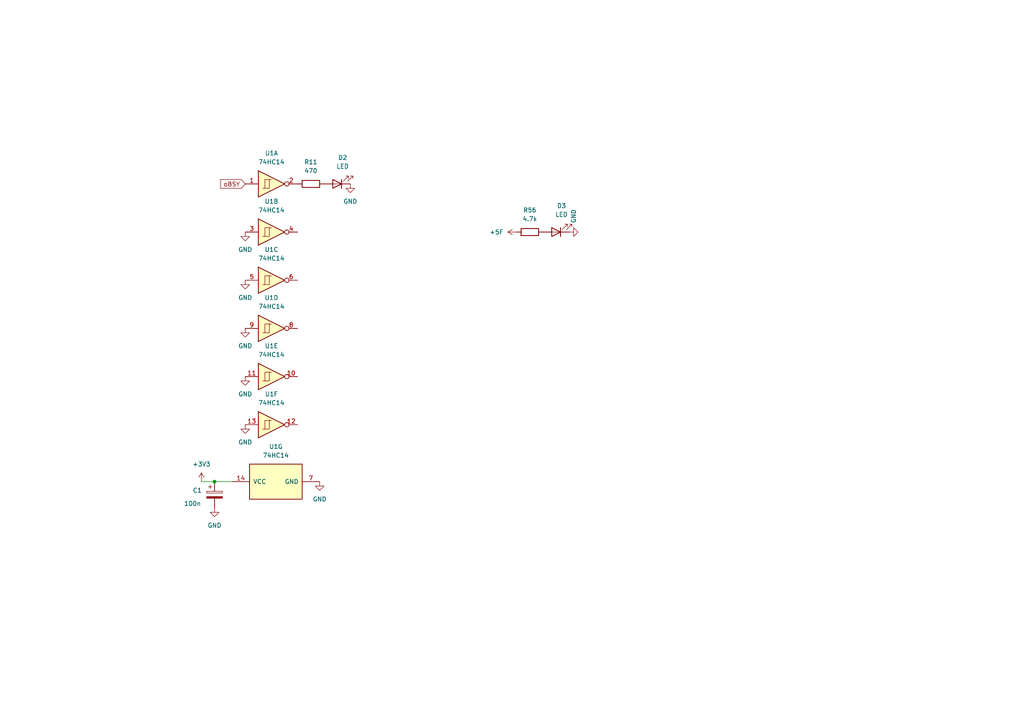
<source format=kicad_sch>
(kicad_sch (version 20211123) (generator eeschema)
  (paper "A4")
  (lib_symbols
    (symbol "74xx:74HC14" (pin_names (offset 1.016))
      (property "Reference" "U" (at 0 1.27 0))
      (property "Value" "74HC14" (at 0 -1.27 0))
      (symbol "74HC14_1_0"
        (polyline (pts (xy -3.81 3.81) (xy -3.81 -3.81) (xy 3.81 0) (xy -3.81 3.81)) (stroke (width 0.254)) (fill (type background)))
        (pin input line (at -7.62 0 0) (length 3.81) (name "~") (number "1"))
        (pin output inverted (at 7.62 0 180) (length 3.81) (name "~") (number "2"))
      )
      (symbol "74HC14_1_1"
        (polyline (pts (xy -1.905 -1.27) (xy -1.905 1.27) (xy -0.635 1.27)))
        (polyline (pts (xy -2.54 -1.27) (xy -0.635 -1.27) (xy -0.635 1.27) (xy 0 1.27)))
      )
      (symbol "74HC14_2_0"
        (polyline (pts (xy -3.81 3.81) (xy -3.81 -3.81) (xy 3.81 0) (xy -3.81 3.81)) (stroke (width 0.254)) (fill (type background)))
        (pin input line (at -7.62 0 0) (length 3.81) (name "~") (number "3"))
        (pin output inverted (at 7.62 0 180) (length 3.81) (name "~") (number "4"))
      )
      (symbol "74HC14_2_1"
        (polyline (pts (xy -1.905 -1.27) (xy -1.905 1.27) (xy -0.635 1.27)))
        (polyline (pts (xy -2.54 -1.27) (xy -0.635 -1.27) (xy -0.635 1.27) (xy 0 1.27)))
      )
      (symbol "74HC14_3_0"
        (polyline (pts (xy -3.81 3.81) (xy -3.81 -3.81) (xy 3.81 0) (xy -3.81 3.81)) (stroke (width 0.254)) (fill (type background)))
        (pin input line (at -7.62 0 0) (length 3.81) (name "~") (number "5"))
        (pin output inverted (at 7.62 0 180) (length 3.81) (name "~") (number "6"))
      )
      (symbol "74HC14_3_1"
        (polyline (pts (xy -1.905 -1.27) (xy -1.905 1.27) (xy -0.635 1.27)))
        (polyline (pts (xy -2.54 -1.27) (xy -0.635 -1.27) (xy -0.635 1.27) (xy 0 1.27)))
      )
      (symbol "74HC14_4_0"
        (polyline (pts (xy -3.81 3.81) (xy -3.81 -3.81) (xy 3.81 0) (xy -3.81 3.81)) (stroke (width 0.254)) (fill (type background)))
        (pin output inverted (at 7.62 0 180) (length 3.81) (name "~") (number "8"))
        (pin input line (at -7.62 0 0) (length 3.81) (name "~") (number "9"))
      )
      (symbol "74HC14_4_1"
        (polyline (pts (xy -1.905 -1.27) (xy -1.905 1.27) (xy -0.635 1.27)))
        (polyline (pts (xy -2.54 -1.27) (xy -0.635 -1.27) (xy -0.635 1.27) (xy 0 1.27)))
      )
      (symbol "74HC14_5_0"
        (polyline (pts (xy -3.81 3.81) (xy -3.81 -3.81) (xy 3.81 0) (xy -3.81 3.81)) (stroke (width 0.254)) (fill (type background)))
        (pin output inverted (at 7.62 0 180) (length 3.81) (name "~") (number "10"))
        (pin input line (at -7.62 0 0) (length 3.81) (name "~") (number "11"))
      )
      (symbol "74HC14_5_1"
        (polyline (pts (xy -1.905 -1.27) (xy -1.905 1.27) (xy -0.635 1.27)))
        (polyline (pts (xy -2.54 -1.27) (xy -0.635 -1.27) (xy -0.635 1.27) (xy 0 1.27)))
      )
      (symbol "74HC14_6_0"
        (polyline (pts (xy -3.81 3.81) (xy -3.81 -3.81) (xy 3.81 0) (xy -3.81 3.81)) (stroke (width 0.254)) (fill (type background)))
        (pin output inverted (at 7.62 0 180) (length 3.81) (name "~") (number "12"))
        (pin input line (at -7.62 0 0) (length 3.81) (name "~") (number "13"))
      )
      (symbol "74HC14_6_1"
        (polyline (pts (xy -1.905 -1.27) (xy -1.905 1.27) (xy -0.635 1.27)))
        (polyline (pts (xy -2.54 -1.27) (xy -0.635 -1.27) (xy -0.635 1.27) (xy 0 1.27)))
      )
      (symbol "74HC14_7_0"
        (pin power_in line (at 0 12.7 270) (length 5.08) (name "VCC") (number "14"))
        (pin power_in line (at 0 -12.7 90) (length 5.08) (name "GND") (number "7"))
      )
      (symbol "74HC14_7_1"
        (rectangle (start -5.08 7.62) (end 5.08 -7.62) (stroke (width 0.254)) (fill (type background)))
      )
    )
    (symbol "Device:CP" (pin_numbers hide) (pin_names (offset 0.254))
      (property "Reference" "C" (at 0.635 2.54 0))
      (property "Value" "Device_CP" (at 0.635 -2.54 0))
      (symbol "CP_0_1"
        (rectangle (start -2.286 0.508) (end 2.286 1.016))
        (polyline (pts (xy -1.778 2.286) (xy -0.762 2.286)))
        (polyline (pts (xy -1.27 2.794) (xy -1.27 1.778)))
        (rectangle (start 2.286 -0.508) (end -2.286 -1.016) (fill (type outline)))
      )
      (symbol "CP_1_1"
        (pin passive line (at 0 3.81 270) (length 2.794) (name "~") (number "1"))
        (pin passive line (at 0 -3.81 90) (length 2.794) (name "~") (number "2"))
      )
    )
    (symbol "Device:LED" (pin_numbers hide) (pin_names (offset 1.016) hide)
      (property "Reference" "D" (at 0 2.54 0))
      (property "Value" "LED" (at 0 -2.54 0))
      (symbol "LED_0_1"
        (polyline (pts (xy -1.27 -1.27) (xy -1.27 1.27)) (stroke (width 0.254)))
        (polyline (pts (xy -1.27 0) (xy 1.27 0)))
        (polyline (pts (xy 1.27 -1.27) (xy 1.27 1.27) (xy -1.27 0) (xy 1.27 -1.27)) (stroke (width 0.254)))
        (polyline (pts (xy -3.048 -0.762) (xy -4.572 -2.286) (xy -3.81 -2.286) (xy -4.572 -2.286) (xy -4.572 -1.524)))
        (polyline (pts (xy -1.778 -0.762) (xy -3.302 -2.286) (xy -2.54 -2.286) (xy -3.302 -2.286) (xy -3.302 -1.524)))
      )
      (symbol "LED_1_1"
        (pin passive line (at -3.81 0 0) (length 2.54) (name "K") (number "1"))
        (pin passive line (at 3.81 0 180) (length 2.54) (name "A") (number "2"))
      )
    )
    (symbol "Device:R" (pin_numbers hide) (pin_names (offset 0))
      (property "Reference" "R" (at 2.032 0 90))
      (property "Value" "R" (at 0 0 90))
      (symbol "R_0_1"
        (rectangle (start -1.016 -2.54) (end 1.016 2.54) (stroke (width 0.254)))
      )
      (symbol "R_1_1"
        (pin passive line (at 0 3.81 270) (length 1.27) (name "~") (number "1"))
        (pin passive line (at 0 -3.81 90) (length 1.27) (name "~") (number "2"))
      )
    )
    (symbol "power:+3.3V" (power) (pin_names (offset 0))
      (property "Value" "+3.3V" (at 0 3.556 0))
      (symbol "+3.3V_0_1"
        (polyline (pts (xy -0.762 1.27) (xy 0 2.54)))
        (polyline (pts (xy 0 0) (xy 0 2.54)))
        (polyline (pts (xy 0 2.54) (xy 0.762 1.27)))
      )
      (symbol "+3.3V_1_1"
        (pin power_in line (at 0 0 90) (length 0) hide (name "+3V3") (number "1"))
      )
    )
    (symbol "power:+5F" (power) (pin_names (offset 0))
      (property "Value" "+5F" (at 0 3.556 0))
      (symbol "+5F_0_1"
        (polyline (pts (xy -0.762 1.27) (xy 0 2.54)))
        (polyline (pts (xy 0 0) (xy 0 2.54)))
        (polyline (pts (xy 0 2.54) (xy 0.762 1.27)))
      )
      (symbol "+5F_1_1"
        (pin power_in line (at 0 0 90) (length 0) hide (name "+5F") (number "1"))
      )
    )
    (symbol "power:GND" (power) (pin_names (offset 0))
      (property "Value" "GND" (at 0 -3.81 0))
      (symbol "GND_0_1"
        (polyline (pts (xy 0 0) (xy 0 -1.27) (xy 1.27 -1.27) (xy 0 -2.54) (xy -1.27 -1.27) (xy 0 -1.27)))
      )
      (symbol "GND_1_1"
        (pin power_in line (at 0 0 270) (length 0) hide (name "GND") (number "1"))
      )
    )
  )
  (junction (at 62.23 139.7))
  (wire (pts (xy 58.42 139.7) (xy 62.23 139.7)))
  (wire (pts (xy 62.23 139.7) (xy 67.31 139.7)))
  (global_label "oBSY" (shape input) (at 71.12 53.34 180) (property "Intersheet References" "${INTERSHEET_REFS}" (effects hide)))
  (symbol (lib_id "power:GND") (at 92.71 139.7 0) (unit 1)
    (property "Reference" "#PWR034" (effects hide))
    (property "Value" "GND" (at 92.71 144.78 0))
  )
  (symbol (lib_id "power:GND") (at 71.12 109.22 0) (unit 1)
    (property "Reference" "#PWR030" (effects hide))
    (property "Value" "GND" (at 71.12 114.3 0))
  )
  (symbol (lib_id "power:+3.3V") (at 58.42 139.7 0) (unit 1)
    (property "Reference" "#PWR03" (effects hide))
    (property "Value" "+3.3V" (at 58.42 134.62 0))
  )
  (symbol (lib_id "power:GND") (at 71.12 123.19 0) (unit 1)
    (property "Reference" "#PWR032" (effects hide))
    (property "Value" "GND" (at 71.12 128.27 0))
  )
  (symbol (lib_id "power:GND") (at 62.23 147.32 0) (unit 1)
    (property "Reference" "#PWR04" (effects hide))
    (property "Value" "GND" (at 62.23 152.4 0))
  )
  (symbol (lib_id "power:+5F") (at 149.86 67.31 90) (unit 1)
    (property "Reference" "#PWR0105" (effects hide))
    (property "Value" "+5F" (at 146.05 67.3099 90) (effects (justify left)))
  )
  (symbol (lib_id "Device:CP") (at 62.23 143.51 0) (unit 1)
    (property "Reference" "C1" (at 55.88 142.24 0) (effects (justify left)))
    (property "Value" "100n" (at 53.34 146.05 0) (effects (justify left)))
    (property "Footprint" "Capacitor_SMD:C_0805_2012Metric_Pad1.18x1.45mm_HandSolder" (effects hide))
  )
  (symbol (lib_id "power:GND") (at 165.1 67.31 90) (unit 1)
    (property "Reference" "#PWR068" (effects hide))
    (property "Value" "GND" (at 166.3699 64.77 0) (effects (justify left)))
  )
  (symbol (lib_id "Device:R") (at 90.17 53.34 90) (unit 1)
    (property "Reference" "R11" (at 90.17 46.99 90))
    (property "Value" "470" (at 90.17 49.53 90))
    (property "Footprint" "Resistor_SMD:R_0603_1608Metric_Pad0.98x0.95mm_HandSolder" (effects hide))
  )
  (symbol (lib_id "power:GND") (at 71.12 81.28 0) (unit 1)
    (property "Reference" "#PWR026" (effects hide))
    (property "Value" "GND" (at 71.12 86.36 0))
  )
  (symbol (lib_id "power:GND") (at 71.12 95.25 0) (unit 1)
    (property "Reference" "#PWR029" (effects hide))
    (property "Value" "GND" (at 71.12 100.33 0))
  )
  (symbol (lib_id "74xx:74HC14") (at 78.74 95.25 0) (unit 4)
    (property "Reference" "U1" (at 78.74 86.36 0))
    (property "Value" "74HC14" (at 78.74 88.9 0))
    (property "Datasheet" "http://www.ti.com/lit/gpn/sn74HC14" (effects hide))
  )
  (symbol (lib_id "Device:LED") (at 97.79 53.34 180) (unit 1)
    (property "Reference" "D2" (at 99.3775 45.72 0))
    (property "Value" "LED" (at 99.3775 48.26 0))
    (property "Footprint" "LED_SMD:LED_0603_1608Metric_Pad1.05x0.95mm_HandSolder" (effects hide))
  )
  (symbol (lib_id "Device:R") (at 153.67 67.31 90) (unit 1)
    (property "Reference" "R56" (at 153.67 60.96 90))
    (property "Value" "4.7k" (at 153.67 63.5 90))
    (property "Footprint" "Resistor_SMD:R_0603_1608Metric_Pad0.98x0.95mm_HandSolder" (effects hide))
  )
  (symbol (lib_id "74xx:74HC14") (at 78.74 81.28 0) (unit 3)
    (property "Reference" "U1" (at 78.74 72.39 0))
    (property "Value" "74HC14" (at 78.74 74.93 0))
    (property "Datasheet" "http://www.ti.com/lit/gpn/sn74HC14" (effects hide))
  )
  (symbol (lib_id "power:GND") (at 71.12 67.31 0) (unit 1)
    (property "Reference" "#PWR023" (effects hide))
    (property "Value" "GND" (at 71.12 72.39 0))
  )
  (symbol (lib_id "74xx:74HC14") (at 78.74 109.22 0) (unit 5)
    (property "Reference" "U1" (at 78.74 100.33 0))
    (property "Value" "74HC14" (at 78.74 102.87 0))
    (property "Datasheet" "http://www.ti.com/lit/gpn/sn74HC14" (effects hide))
  )
  (symbol (lib_id "74xx:74HC14") (at 78.74 53.34 0) (unit 1)
    (property "Reference" "U1" (at 78.74 44.45 0))
    (property "Value" "74HC14" (at 78.74 46.99 0))
    (property "Datasheet" "http://www.ti.com/lit/gpn/sn74HC14" (effects hide))
  )
  (symbol (lib_id "power:GND") (at 101.6 53.34 0) (unit 1)
    (property "Reference" "#PWR038" (effects hide))
    (property "Value" "GND" (at 101.6 58.42 0))
  )
  (symbol (lib_id "74xx:74HC14") (at 80.01 139.7 90) (unit 7)
    (property "Reference" "U1" (at 80.01 129.54 90))
    (property "Value" "74HC14" (at 80.01 132.08 90))
    (property "Footprint" "Package_SO:SOIC-14_3.9x8.7mm_P1.27mm" (effects hide))
    (property "Datasheet" "http://www.ti.com/lit/gpn/sn74HC14" (effects hide))
  )
  (symbol (lib_id "74xx:74HC14") (at 78.74 123.19 0) (unit 6)
    (property "Reference" "U1" (at 78.74 114.3 0))
    (property "Value" "74HC14" (at 78.74 116.84 0))
    (property "Datasheet" "http://www.ti.com/lit/gpn/sn74HC14" (effects hide))
  )
  (symbol (lib_id "74xx:74HC14") (at 78.74 67.31 0) (unit 2)
    (property "Reference" "U1" (at 78.74 58.42 0))
    (property "Value" "74HC14" (at 78.74 60.96 0))
    (property "Datasheet" "http://www.ti.com/lit/gpn/sn74HC14" (effects hide))
  )
  (symbol (lib_id "Device:LED") (at 161.29 67.31 180) (unit 1)
    (property "Reference" "D3" (at 162.8775 59.69 0))
    (property "Value" "LED" (at 162.8775 62.23 0))
    (property "Footprint" "LED_SMD:LED_0603_1608Metric_Pad1.05x0.95mm_HandSolder" (effects hide))
  )
)
</source>
